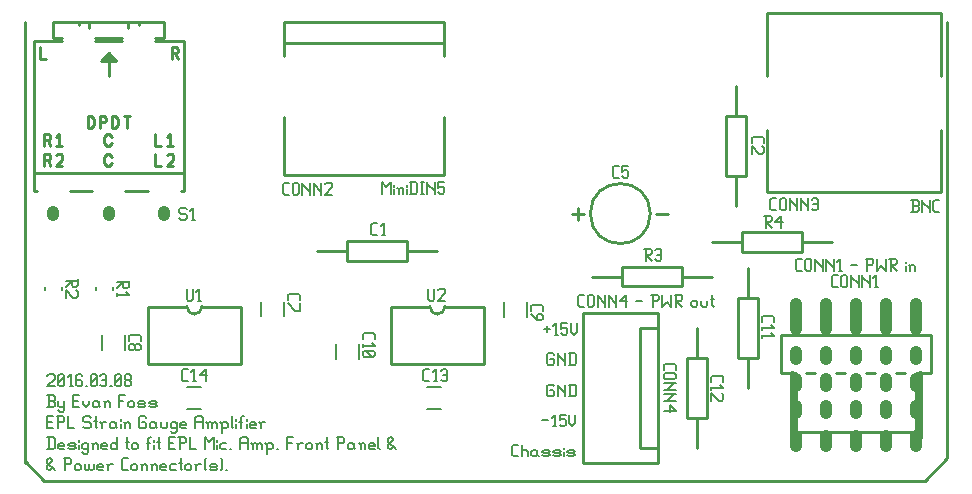
<source format=gto>
G04 start of page 8 for group -4079 idx -4079 *
G04 Title: (unknown), topsilk *
G04 Creator: pcb 20140316 *
G04 CreationDate: Thu 10 Mar 2016 11:36:46 AM GMT UTC *
G04 For: fosse *
G04 Format: Gerber/RS-274X *
G04 PCB-Dimensions (mil): 3665.00 1935.00 *
G04 PCB-Coordinate-Origin: lower left *
%MOIN*%
%FSLAX25Y25*%
%LNTOPSILK*%
%ADD98C,0.0080*%
%ADD97C,0.0150*%
%ADD96C,0.0400*%
%ADD95C,0.0100*%
%ADD94C,0.0060*%
%ADD93C,0.0110*%
G54D93*X314500Y40500D02*Y186000D01*
X7000D02*Y39000D01*
X13500Y33000D02*X307000D01*
X314500Y40500D01*
X7000Y39500D02*X13500Y33000D01*
G54D94*X126000Y132510D02*Y128550D01*
Y132510D02*X127485Y131025D01*
X128970Y132510D01*
Y128550D01*
X130158Y131520D02*Y131025D01*
Y130035D02*Y128550D01*
X131643Y130035D02*Y128550D01*
Y130035D02*X132138Y130530D01*
X132633D01*
X133128Y130035D01*
Y128550D01*
X131148Y130530D02*X131643Y130035D01*
X134316Y131520D02*Y131025D01*
Y130035D02*Y128550D01*
X135801Y132510D02*Y128550D01*
X137286Y132510D02*X137781Y132015D01*
Y129045D01*
X137286Y128550D02*X137781Y129045D01*
X135306Y128550D02*X137286D01*
X135306Y132510D02*X137286D01*
X138969D02*X139959D01*
X139464D02*Y128550D01*
X138969D02*X139959D01*
X141147Y132510D02*Y128550D01*
Y132510D02*Y132015D01*
X143622Y129540D01*
Y132510D02*Y128550D01*
X144810Y132510D02*X146790D01*
X144810D02*Y130530D01*
X145305Y131025D01*
X146295D01*
X146790Y130530D01*
Y129045D01*
X146295Y128550D02*X146790Y129045D01*
X145305Y128550D02*X146295D01*
X144810Y129045D02*X145305Y128550D01*
X14500Y68000D02*X15000Y68500D01*
X16500D01*
X17000Y68000D01*
Y67000D01*
X14500Y64500D02*X17000Y67000D01*
X14500Y64500D02*X17000D01*
X18200Y65000D02*X18700Y64500D01*
X18200Y68000D02*Y65000D01*
Y68000D02*X18700Y68500D01*
X19700D01*
X20200Y68000D01*
Y65000D01*
X19700Y64500D02*X20200Y65000D01*
X18700Y64500D02*X19700D01*
X18200Y65500D02*X20200Y67500D01*
X21900Y64500D02*X22900D01*
X22400Y68500D02*Y64500D01*
X21400Y67500D02*X22400Y68500D01*
X25600D02*X26100Y68000D01*
X24600Y68500D02*X25600D01*
X24100Y68000D02*X24600Y68500D01*
X24100Y68000D02*Y65000D01*
X24600Y64500D01*
X25600Y66500D02*X26100Y66000D01*
X24100Y66500D02*X25600D01*
X24600Y64500D02*X25600D01*
X26100Y65000D01*
Y66000D02*Y65000D01*
X27300Y64500D02*X27800D01*
X29000Y65000D02*X29500Y64500D01*
X29000Y68000D02*Y65000D01*
Y68000D02*X29500Y68500D01*
X30500D01*
X31000Y68000D01*
Y65000D01*
X30500Y64500D02*X31000Y65000D01*
X29500Y64500D02*X30500D01*
X29000Y65500D02*X31000Y67500D01*
X32200Y68000D02*X32700Y68500D01*
X33700D01*
X34200Y68000D01*
Y65000D01*
X33700Y64500D02*X34200Y65000D01*
X32700Y64500D02*X33700D01*
X32200Y65000D02*X32700Y64500D01*
Y66500D02*X34200D01*
X35400Y64500D02*X35900D01*
X37100Y65000D02*X37600Y64500D01*
X37100Y68000D02*Y65000D01*
Y68000D02*X37600Y68500D01*
X38600D01*
X39100Y68000D01*
Y65000D01*
X38600Y64500D02*X39100Y65000D01*
X37600Y64500D02*X38600D01*
X37100Y65500D02*X39100Y67500D01*
X40300Y65000D02*X40800Y64500D01*
X40300Y66000D02*Y65000D01*
Y66000D02*X40800Y66500D01*
X41800D01*
X42300Y66000D01*
Y65000D01*
X41800Y64500D02*X42300Y65000D01*
X40800Y64500D02*X41800D01*
X40300Y67000D02*X40800Y66500D01*
X40300Y68000D02*Y67000D01*
Y68000D02*X40800Y68500D01*
X41800D01*
X42300Y68000D01*
Y67000D01*
X41800Y66500D02*X42300Y67000D01*
X14500Y52500D02*X16000D01*
X14500Y50500D02*X16500D01*
X14500Y54500D02*Y50500D01*
Y54500D02*X16500D01*
X18200D02*Y50500D01*
X17700Y54500D02*X19700D01*
X20200Y54000D01*
Y53000D01*
X19700Y52500D02*X20200Y53000D01*
X18200Y52500D02*X19700D01*
X21400Y54500D02*Y50500D01*
X23400D01*
X28400Y54500D02*X28900Y54000D01*
X26900Y54500D02*X28400D01*
X26400Y54000D02*X26900Y54500D01*
X26400Y54000D02*Y53000D01*
X26900Y52500D01*
X28400D01*
X28900Y52000D01*
Y51000D01*
X28400Y50500D02*X28900Y51000D01*
X26900Y50500D02*X28400D01*
X26400Y51000D02*X26900Y50500D01*
X30600Y54500D02*Y51000D01*
X31100Y50500D01*
X30100Y53000D02*X31100D01*
X32600Y52000D02*Y50500D01*
Y52000D02*X33100Y52500D01*
X34100D01*
X32100D02*X32600Y52000D01*
X36800Y52500D02*X37300Y52000D01*
X35800Y52500D02*X36800D01*
X35300Y52000D02*X35800Y52500D01*
X35300Y52000D02*Y51000D01*
X35800Y50500D01*
X37300Y52500D02*Y51000D01*
X37800Y50500D01*
X35800D02*X36800D01*
X37300Y51000D01*
X39000Y53500D02*Y53000D01*
Y52000D02*Y50500D01*
X40500Y52000D02*Y50500D01*
Y52000D02*X41000Y52500D01*
X41500D01*
X42000Y52000D01*
Y50500D01*
X40000Y52500D02*X40500Y52000D01*
X47000Y54500D02*X47500Y54000D01*
X45500Y54500D02*X47000D01*
X45000Y54000D02*X45500Y54500D01*
X45000Y54000D02*Y51000D01*
X45500Y50500D01*
X47000D01*
X47500Y51000D01*
Y52000D02*Y51000D01*
X47000Y52500D02*X47500Y52000D01*
X46000Y52500D02*X47000D01*
X50200D02*X50700Y52000D01*
X49200Y52500D02*X50200D01*
X48700Y52000D02*X49200Y52500D01*
X48700Y52000D02*Y51000D01*
X49200Y50500D01*
X50700Y52500D02*Y51000D01*
X51200Y50500D01*
X49200D02*X50200D01*
X50700Y51000D01*
X52400Y52500D02*Y51000D01*
X52900Y50500D01*
X53900D01*
X54400Y51000D01*
Y52500D02*Y51000D01*
X57100Y52500D02*X57600Y52000D01*
X56100Y52500D02*X57100D01*
X55600Y52000D02*X56100Y52500D01*
X55600Y52000D02*Y51000D01*
X56100Y50500D01*
X57100D01*
X57600Y51000D01*
X55600Y49500D02*X56100Y49000D01*
X57100D01*
X57600Y49500D01*
Y52500D02*Y49500D01*
X59300Y50500D02*X60800D01*
X58800Y51000D02*X59300Y50500D01*
X58800Y52000D02*Y51000D01*
Y52000D02*X59300Y52500D01*
X60300D01*
X60800Y52000D01*
X58800Y51500D02*X60800D01*
Y52000D02*Y51500D01*
X63800Y54000D02*Y50500D01*
Y54000D02*X64300Y54500D01*
X65800D01*
X66300Y54000D01*
Y50500D01*
X63800Y52500D02*X66300D01*
X68000Y52000D02*Y50500D01*
Y52000D02*X68500Y52500D01*
X69000D01*
X69500Y52000D01*
Y50500D01*
Y52000D02*X70000Y52500D01*
X70500D01*
X71000Y52000D01*
Y50500D01*
X67500Y52500D02*X68000Y52000D01*
X72700D02*Y49000D01*
X72200Y52500D02*X72700Y52000D01*
X73200Y52500D01*
X74200D01*
X74700Y52000D01*
Y51000D01*
X74200Y50500D02*X74700Y51000D01*
X73200Y50500D02*X74200D01*
X72700Y51000D02*X73200Y50500D01*
X75900Y54500D02*Y51000D01*
X76400Y50500D01*
X77400Y53500D02*Y53000D01*
Y52000D02*Y50500D01*
X78900Y54000D02*Y50500D01*
Y54000D02*X79400Y54500D01*
X79900D01*
X78400Y52500D02*X79400D01*
X80900Y53500D02*Y53000D01*
Y52000D02*Y50500D01*
X82400D02*X83900D01*
X81900Y51000D02*X82400Y50500D01*
X81900Y52000D02*Y51000D01*
Y52000D02*X82400Y52500D01*
X83400D01*
X83900Y52000D01*
X81900Y51500D02*X83900D01*
Y52000D02*Y51500D01*
X85600Y52000D02*Y50500D01*
Y52000D02*X86100Y52500D01*
X87100D01*
X85100D02*X85600Y52000D01*
X14500Y57500D02*X16500D01*
X17000Y58000D01*
Y59000D02*Y58000D01*
X16500Y59500D02*X17000Y59000D01*
X15000Y59500D02*X16500D01*
X15000Y61500D02*Y57500D01*
X14500Y61500D02*X16500D01*
X17000Y61000D01*
Y60000D01*
X16500Y59500D02*X17000Y60000D01*
X18200Y59500D02*Y58000D01*
X18700Y57500D01*
X20200Y59500D02*Y56500D01*
X19700Y56000D02*X20200Y56500D01*
X18700Y56000D02*X19700D01*
X18200Y56500D02*X18700Y56000D01*
Y57500D02*X19700D01*
X20200Y58000D01*
X23200Y59500D02*X24700D01*
X23200Y57500D02*X25200D01*
X23200Y61500D02*Y57500D01*
Y61500D02*X25200D01*
X26400Y59500D02*Y58500D01*
X27400Y57500D01*
X28400Y58500D01*
Y59500D02*Y58500D01*
X31100Y59500D02*X31600Y59000D01*
X30100Y59500D02*X31100D01*
X29600Y59000D02*X30100Y59500D01*
X29600Y59000D02*Y58000D01*
X30100Y57500D01*
X31600Y59500D02*Y58000D01*
X32100Y57500D01*
X30100D02*X31100D01*
X31600Y58000D01*
X33800Y59000D02*Y57500D01*
Y59000D02*X34300Y59500D01*
X34800D01*
X35300Y59000D01*
Y57500D01*
X33300Y59500D02*X33800Y59000D01*
X38300Y61500D02*Y57500D01*
Y61500D02*X40300D01*
X38300Y59500D02*X39800D01*
X41500Y59000D02*Y58000D01*
Y59000D02*X42000Y59500D01*
X43000D01*
X43500Y59000D01*
Y58000D01*
X43000Y57500D02*X43500Y58000D01*
X42000Y57500D02*X43000D01*
X41500Y58000D02*X42000Y57500D01*
X45200D02*X46700D01*
X47200Y58000D01*
X46700Y58500D02*X47200Y58000D01*
X45200Y58500D02*X46700D01*
X44700Y59000D02*X45200Y58500D01*
X44700Y59000D02*X45200Y59500D01*
X46700D01*
X47200Y59000D01*
X44700Y58000D02*X45200Y57500D01*
X48900D02*X50400D01*
X50900Y58000D01*
X50400Y58500D02*X50900Y58000D01*
X48900Y58500D02*X50400D01*
X48400Y59000D02*X48900Y58500D01*
X48400Y59000D02*X48900Y59500D01*
X50400D01*
X50900Y59000D01*
X48400Y58000D02*X48900Y57500D01*
X15000Y47500D02*Y43500D01*
X16500Y47500D02*X17000Y47000D01*
Y44000D01*
X16500Y43500D02*X17000Y44000D01*
X14500Y43500D02*X16500D01*
X14500Y47500D02*X16500D01*
X18700Y43500D02*X20200D01*
X18200Y44000D02*X18700Y43500D01*
X18200Y45000D02*Y44000D01*
Y45000D02*X18700Y45500D01*
X19700D01*
X20200Y45000D01*
X18200Y44500D02*X20200D01*
Y45000D02*Y44500D01*
X21900Y43500D02*X23400D01*
X23900Y44000D01*
X23400Y44500D02*X23900Y44000D01*
X21900Y44500D02*X23400D01*
X21400Y45000D02*X21900Y44500D01*
X21400Y45000D02*X21900Y45500D01*
X23400D01*
X23900Y45000D01*
X21400Y44000D02*X21900Y43500D01*
X25100Y46500D02*Y46000D01*
Y45000D02*Y43500D01*
X27600Y45500D02*X28100Y45000D01*
X26600Y45500D02*X27600D01*
X26100Y45000D02*X26600Y45500D01*
X26100Y45000D02*Y44000D01*
X26600Y43500D01*
X27600D01*
X28100Y44000D01*
X26100Y42500D02*X26600Y42000D01*
X27600D01*
X28100Y42500D01*
Y45500D02*Y42500D01*
X29800Y45000D02*Y43500D01*
Y45000D02*X30300Y45500D01*
X30800D01*
X31300Y45000D01*
Y43500D01*
X29300Y45500D02*X29800Y45000D01*
X33000Y43500D02*X34500D01*
X32500Y44000D02*X33000Y43500D01*
X32500Y45000D02*Y44000D01*
Y45000D02*X33000Y45500D01*
X34000D01*
X34500Y45000D01*
X32500Y44500D02*X34500D01*
Y45000D02*Y44500D01*
X37700Y47500D02*Y43500D01*
X37200D02*X37700Y44000D01*
X36200Y43500D02*X37200D01*
X35700Y44000D02*X36200Y43500D01*
X35700Y45000D02*Y44000D01*
Y45000D02*X36200Y45500D01*
X37200D01*
X37700Y45000D01*
X41200Y47500D02*Y44000D01*
X41700Y43500D01*
X40700Y46000D02*X41700D01*
X42700Y45000D02*Y44000D01*
Y45000D02*X43200Y45500D01*
X44200D01*
X44700Y45000D01*
Y44000D01*
X44200Y43500D02*X44700Y44000D01*
X43200Y43500D02*X44200D01*
X42700Y44000D02*X43200Y43500D01*
X48200Y47000D02*Y43500D01*
Y47000D02*X48700Y47500D01*
X49200D01*
X47700Y45500D02*X48700D01*
X50200Y46500D02*Y46000D01*
Y45000D02*Y43500D01*
X51700Y47500D02*Y44000D01*
X52200Y43500D01*
X51200Y46000D02*X52200D01*
X55000Y45500D02*X56500D01*
X55000Y43500D02*X57000D01*
X55000Y47500D02*Y43500D01*
Y47500D02*X57000D01*
X58700D02*Y43500D01*
X58200Y47500D02*X60200D01*
X60700Y47000D01*
Y46000D01*
X60200Y45500D02*X60700Y46000D01*
X58700Y45500D02*X60200D01*
X61900Y47500D02*Y43500D01*
X63900D01*
X66900Y47500D02*Y43500D01*
Y47500D02*X68400Y46000D01*
X69900Y47500D01*
Y43500D01*
X71100Y46500D02*Y46000D01*
Y45000D02*Y43500D01*
X72600Y45500D02*X74100D01*
X72100Y45000D02*X72600Y45500D01*
X72100Y45000D02*Y44000D01*
X72600Y43500D01*
X74100D01*
X75300D02*X75800D01*
X78800Y47000D02*Y43500D01*
Y47000D02*X79300Y47500D01*
X80800D01*
X81300Y47000D01*
Y43500D01*
X78800Y45500D02*X81300D01*
X83000Y45000D02*Y43500D01*
Y45000D02*X83500Y45500D01*
X84000D01*
X84500Y45000D01*
Y43500D01*
Y45000D02*X85000Y45500D01*
X85500D01*
X86000Y45000D01*
Y43500D01*
X82500Y45500D02*X83000Y45000D01*
X87700D02*Y42000D01*
X87200Y45500D02*X87700Y45000D01*
X88200Y45500D01*
X89200D01*
X89700Y45000D01*
Y44000D01*
X89200Y43500D02*X89700Y44000D01*
X88200Y43500D02*X89200D01*
X87700Y44000D02*X88200Y43500D01*
X90900D02*X91400D01*
X94400Y47500D02*Y43500D01*
Y47500D02*X96400D01*
X94400Y45500D02*X95900D01*
X98100Y45000D02*Y43500D01*
Y45000D02*X98600Y45500D01*
X99600D01*
X97600D02*X98100Y45000D01*
X100800D02*Y44000D01*
Y45000D02*X101300Y45500D01*
X102300D01*
X102800Y45000D01*
Y44000D01*
X102300Y43500D02*X102800Y44000D01*
X101300Y43500D02*X102300D01*
X100800Y44000D02*X101300Y43500D01*
X104500Y45000D02*Y43500D01*
Y45000D02*X105000Y45500D01*
X105500D01*
X106000Y45000D01*
Y43500D01*
X104000Y45500D02*X104500Y45000D01*
X107700Y47500D02*Y44000D01*
X108200Y43500D01*
X107200Y46000D02*X108200D01*
X111500Y47500D02*Y43500D01*
X111000Y47500D02*X113000D01*
X113500Y47000D01*
Y46000D01*
X113000Y45500D02*X113500Y46000D01*
X111500Y45500D02*X113000D01*
X116200D02*X116700Y45000D01*
X115200Y45500D02*X116200D01*
X114700Y45000D02*X115200Y45500D01*
X114700Y45000D02*Y44000D01*
X115200Y43500D01*
X116700Y45500D02*Y44000D01*
X117200Y43500D01*
X115200D02*X116200D01*
X116700Y44000D01*
X118900Y45000D02*Y43500D01*
Y45000D02*X119400Y45500D01*
X119900D01*
X120400Y45000D01*
Y43500D01*
X118400Y45500D02*X118900Y45000D01*
X122100Y43500D02*X123600D01*
X121600Y44000D02*X122100Y43500D01*
X121600Y45000D02*Y44000D01*
Y45000D02*X122100Y45500D01*
X123100D01*
X123600Y45000D01*
X121600Y44500D02*X123600D01*
Y45000D02*Y44500D01*
X124800Y47500D02*Y44000D01*
X125300Y43500D01*
X128100Y44000D02*X128600Y43500D01*
X128100Y47000D02*Y46000D01*
Y47000D02*X128600Y47500D01*
X128100Y45000D02*X129600Y46500D01*
X128600Y43500D02*X129100D01*
X130100Y44500D01*
X128100Y46000D02*X130600Y43500D01*
X128600Y47500D02*X129100D01*
X129600Y47000D01*
Y46500D01*
X128100Y45000D02*Y44000D01*
X14500Y37000D02*X15000Y36500D01*
X14500Y40000D02*Y39000D01*
Y40000D02*X15000Y40500D01*
X14500Y38000D02*X16000Y39500D01*
X15000Y36500D02*X15500D01*
X16500Y37500D01*
X14500Y39000D02*X17000Y36500D01*
X15000Y40500D02*X15500D01*
X16000Y40000D01*
Y39500D01*
X14500Y38000D02*Y37000D01*
X20500Y40500D02*Y36500D01*
X20000Y40500D02*X22000D01*
X22500Y40000D01*
Y39000D01*
X22000Y38500D02*X22500Y39000D01*
X20500Y38500D02*X22000D01*
X23700Y38000D02*Y37000D01*
Y38000D02*X24200Y38500D01*
X25200D01*
X25700Y38000D01*
Y37000D01*
X25200Y36500D02*X25700Y37000D01*
X24200Y36500D02*X25200D01*
X23700Y37000D02*X24200Y36500D01*
X26900Y38500D02*Y37000D01*
X27400Y36500D01*
X27900D01*
X28400Y37000D01*
Y38500D02*Y37000D01*
X28900Y36500D01*
X29400D01*
X29900Y37000D01*
Y38500D02*Y37000D01*
X31600Y36500D02*X33100D01*
X31100Y37000D02*X31600Y36500D01*
X31100Y38000D02*Y37000D01*
Y38000D02*X31600Y38500D01*
X32600D01*
X33100Y38000D01*
X31100Y37500D02*X33100D01*
Y38000D02*Y37500D01*
X34800Y38000D02*Y36500D01*
Y38000D02*X35300Y38500D01*
X36300D01*
X34300D02*X34800Y38000D01*
X39800Y36500D02*X41300D01*
X39300Y37000D02*X39800Y36500D01*
X39300Y40000D02*Y37000D01*
Y40000D02*X39800Y40500D01*
X41300D01*
X42500Y38000D02*Y37000D01*
Y38000D02*X43000Y38500D01*
X44000D01*
X44500Y38000D01*
Y37000D01*
X44000Y36500D02*X44500Y37000D01*
X43000Y36500D02*X44000D01*
X42500Y37000D02*X43000Y36500D01*
X46200Y38000D02*Y36500D01*
Y38000D02*X46700Y38500D01*
X47200D01*
X47700Y38000D01*
Y36500D01*
X45700Y38500D02*X46200Y38000D01*
X49400D02*Y36500D01*
Y38000D02*X49900Y38500D01*
X50400D01*
X50900Y38000D01*
Y36500D01*
X48900Y38500D02*X49400Y38000D01*
X52600Y36500D02*X54100D01*
X52100Y37000D02*X52600Y36500D01*
X52100Y38000D02*Y37000D01*
Y38000D02*X52600Y38500D01*
X53600D01*
X54100Y38000D01*
X52100Y37500D02*X54100D01*
Y38000D02*Y37500D01*
X55800Y38500D02*X57300D01*
X55300Y38000D02*X55800Y38500D01*
X55300Y38000D02*Y37000D01*
X55800Y36500D01*
X57300D01*
X59000Y40500D02*Y37000D01*
X59500Y36500D01*
X58500Y39000D02*X59500D01*
X60500Y38000D02*Y37000D01*
Y38000D02*X61000Y38500D01*
X62000D01*
X62500Y38000D01*
Y37000D01*
X62000Y36500D02*X62500Y37000D01*
X61000Y36500D02*X62000D01*
X60500Y37000D02*X61000Y36500D01*
X64200Y38000D02*Y36500D01*
Y38000D02*X64700Y38500D01*
X65700D01*
X63700D02*X64200Y38000D01*
X66900Y37000D02*X67400Y36500D01*
X66900Y40000D02*X67400Y40500D01*
X66900Y40000D02*Y37000D01*
X69100Y36500D02*X70600D01*
X71100Y37000D01*
X70600Y37500D02*X71100Y37000D01*
X69100Y37500D02*X70600D01*
X68600Y38000D02*X69100Y37500D01*
X68600Y38000D02*X69100Y38500D01*
X70600D01*
X71100Y38000D01*
X68600Y37000D02*X69100Y36500D01*
X72300Y40500D02*X72800Y40000D01*
Y37000D01*
X72300Y36500D02*X72800Y37000D01*
X74000Y36500D02*X74500D01*
X302500Y122550D02*X304480D01*
X304975Y123045D01*
Y124035D02*Y123045D01*
X304480Y124530D02*X304975Y124035D01*
X302995Y124530D02*X304480D01*
X302995Y126510D02*Y122550D01*
X302500Y126510D02*X304480D01*
X304975Y126015D01*
Y125025D01*
X304480Y124530D02*X304975Y125025D01*
X306163Y126510D02*Y122550D01*
Y126510D02*Y126015D01*
X308638Y123540D01*
Y126510D02*Y122550D01*
X310321D02*X311806D01*
X309826Y123045D02*X310321Y122550D01*
X309826Y126015D02*Y123045D01*
Y126015D02*X310321Y126510D01*
X311806D01*
X179500Y53030D02*X181480D01*
X183163Y51050D02*X184153D01*
X183658Y55010D02*Y51050D01*
X182668Y54020D02*X183658Y55010D01*
X185341D02*X187321D01*
X185341D02*Y53030D01*
X185836Y53525D01*
X186826D01*
X187321Y53030D01*
Y51545D01*
X186826Y51050D02*X187321Y51545D01*
X185836Y51050D02*X186826D01*
X185341Y51545D02*X185836Y51050D01*
X188509Y55010D02*Y52040D01*
X189499Y51050D01*
X190489Y52040D01*
Y55010D02*Y52040D01*
X182980Y75510D02*X183475Y75015D01*
X181495Y75510D02*X182980D01*
X181000Y75015D02*X181495Y75510D01*
X181000Y75015D02*Y72045D01*
X181495Y71550D01*
X182980D01*
X183475Y72045D01*
Y73035D02*Y72045D01*
X182980Y73530D02*X183475Y73035D01*
X181990Y73530D02*X182980D01*
X184663Y75510D02*Y71550D01*
Y75510D02*Y75015D01*
X187138Y72540D01*
Y75510D02*Y71550D01*
X188821Y75510D02*Y71550D01*
X190306Y75510D02*X190801Y75015D01*
Y72045D01*
X190306Y71550D02*X190801Y72045D01*
X188326Y71550D02*X190306D01*
X188326Y75510D02*X190306D01*
X182980Y65010D02*X183475Y64515D01*
X181495Y65010D02*X182980D01*
X181000Y64515D02*X181495Y65010D01*
X181000Y64515D02*Y61545D01*
X181495Y61050D01*
X182980D01*
X183475Y61545D01*
Y62535D02*Y61545D01*
X182980Y63030D02*X183475Y62535D01*
X181990Y63030D02*X182980D01*
X184663Y65010D02*Y61050D01*
Y65010D02*Y64515D01*
X187138Y62040D01*
Y65010D02*Y61050D01*
X188821Y65010D02*Y61050D01*
X190306Y65010D02*X190801Y64515D01*
Y61545D01*
X190306Y61050D02*X190801Y61545D01*
X188326Y61050D02*X190306D01*
X188326Y65010D02*X190306D01*
X180000Y83530D02*X181980D01*
X180990Y84520D02*Y82540D01*
X183663Y81550D02*X184653D01*
X184158Y85510D02*Y81550D01*
X183168Y84520D02*X184158Y85510D01*
X185841D02*X187821D01*
X185841D02*Y83530D01*
X186336Y84025D01*
X187326D01*
X187821Y83530D01*
Y82045D01*
X187326Y81550D02*X187821Y82045D01*
X186336Y81550D02*X187326D01*
X185841Y82045D02*X186336Y81550D01*
X189009Y85510D02*Y82540D01*
X189999Y81550D01*
X190989Y82540D01*
Y85510D02*Y82540D01*
X169995Y41050D02*X171480D01*
X169500Y41545D02*X169995Y41050D01*
X169500Y44515D02*Y41545D01*
Y44515D02*X169995Y45010D01*
X171480D01*
X172668D02*Y41050D01*
Y42535D02*X173163Y43030D01*
X174153D01*
X174648Y42535D01*
Y41050D01*
X177321Y43030D02*X177816Y42535D01*
X176331Y43030D02*X177321D01*
X175836Y42535D02*X176331Y43030D01*
X175836Y42535D02*Y41545D01*
X176331Y41050D01*
X177816Y43030D02*Y41545D01*
X178311Y41050D01*
X176331D02*X177321D01*
X177816Y41545D01*
X179994Y41050D02*X181479D01*
X181974Y41545D01*
X181479Y42040D02*X181974Y41545D01*
X179994Y42040D02*X181479D01*
X179499Y42535D02*X179994Y42040D01*
X179499Y42535D02*X179994Y43030D01*
X181479D01*
X181974Y42535D01*
X179499Y41545D02*X179994Y41050D01*
X183657D02*X185142D01*
X185637Y41545D01*
X185142Y42040D02*X185637Y41545D01*
X183657Y42040D02*X185142D01*
X183162Y42535D02*X183657Y42040D01*
X183162Y42535D02*X183657Y43030D01*
X185142D01*
X185637Y42535D01*
X183162Y41545D02*X183657Y41050D01*
X186825Y44020D02*Y43525D01*
Y42535D02*Y41050D01*
X188310D02*X189795D01*
X190290Y41545D01*
X189795Y42040D02*X190290Y41545D01*
X188310Y42040D02*X189795D01*
X187815Y42535D02*X188310Y42040D01*
X187815Y42535D02*X188310Y43030D01*
X189795D01*
X190290Y42535D01*
X187815Y41545D02*X188310Y41050D01*
X264500Y103000D02*X266000D01*
X264000Y103500D02*X264500Y103000D01*
X264000Y106500D02*Y103500D01*
Y106500D02*X264500Y107000D01*
X266000D01*
X267200Y106500D02*Y103500D01*
Y106500D02*X267700Y107000D01*
X268700D01*
X269200Y106500D01*
Y103500D01*
X268700Y103000D02*X269200Y103500D01*
X267700Y103000D02*X268700D01*
X267200Y103500D02*X267700Y103000D01*
X270400Y107000D02*Y103000D01*
Y107000D02*Y106500D01*
X272900Y104000D01*
Y107000D02*Y103000D01*
X274100Y107000D02*Y103000D01*
Y107000D02*Y106500D01*
X276600Y104000D01*
Y107000D02*Y103000D01*
X278300D02*X279300D01*
X278800Y107000D02*Y103000D01*
X277800Y106000D02*X278800Y107000D01*
X282300Y105000D02*X284300D01*
X287800Y107000D02*Y103000D01*
X287300Y107000D02*X289300D01*
X289800Y106500D01*
Y105500D01*
X289300Y105000D02*X289800Y105500D01*
X287800Y105000D02*X289300D01*
X291000Y107000D02*Y103000D01*
X292500Y104500D01*
X294000Y103000D01*
Y107000D02*Y103000D01*
X295200Y107000D02*X297200D01*
X297700Y106500D01*
Y105500D01*
X297200Y105000D02*X297700Y105500D01*
X295700Y105000D02*X297200D01*
X295700Y107000D02*Y103000D01*
Y105000D02*X297700Y103000D01*
X300700Y106000D02*Y105500D01*
Y104500D02*Y103000D01*
X302200Y104500D02*Y103000D01*
Y104500D02*X302700Y105000D01*
X303200D01*
X303700Y104500D01*
Y103000D01*
X301700Y105000D02*X302200Y104500D01*
X192000Y91000D02*X193500D01*
X191500Y91500D02*X192000Y91000D01*
X191500Y94500D02*Y91500D01*
Y94500D02*X192000Y95000D01*
X193500D01*
X194700Y94500D02*Y91500D01*
Y94500D02*X195200Y95000D01*
X196200D01*
X196700Y94500D01*
Y91500D01*
X196200Y91000D02*X196700Y91500D01*
X195200Y91000D02*X196200D01*
X194700Y91500D02*X195200Y91000D01*
X197900Y95000D02*Y91000D01*
Y95000D02*Y94500D01*
X200400Y92000D01*
Y95000D02*Y91000D01*
X201600Y95000D02*Y91000D01*
Y95000D02*Y94500D01*
X204100Y92000D01*
Y95000D02*Y91000D01*
X205300Y93000D02*X207300Y95000D01*
X205300Y93000D02*X207800D01*
X207300Y95000D02*Y91000D01*
X210800Y93000D02*X212800D01*
X216300Y95000D02*Y91000D01*
X215800Y95000D02*X217800D01*
X218300Y94500D01*
Y93500D01*
X217800Y93000D02*X218300Y93500D01*
X216300Y93000D02*X217800D01*
X219500Y95000D02*Y91000D01*
X221000Y92500D01*
X222500Y91000D01*
Y95000D02*Y91000D01*
X223700Y95000D02*X225700D01*
X226200Y94500D01*
Y93500D01*
X225700Y93000D02*X226200Y93500D01*
X224200Y93000D02*X225700D01*
X224200Y95000D02*Y91000D01*
Y93000D02*X226200Y91000D01*
X229200Y92500D02*Y91500D01*
Y92500D02*X229700Y93000D01*
X230700D01*
X231200Y92500D01*
Y91500D01*
X230700Y91000D02*X231200Y91500D01*
X229700Y91000D02*X230700D01*
X229200Y91500D02*X229700Y91000D01*
X232400Y93000D02*Y91500D01*
X232900Y91000D01*
X233900D01*
X234400Y91500D01*
Y93000D02*Y91500D01*
X236100Y95000D02*Y91500D01*
X236600Y91000D01*
X235600Y93500D02*X236600D01*
G54D95*X312500Y188850D02*X254500D01*
X312500Y129150D02*Y150000D01*
X254500Y129150D02*X312500D01*
X254500Y188850D02*Y168000D01*
X312500Y188850D02*Y168000D01*
X254500Y129150D02*Y150000D01*
X312500Y188016D03*
X304000Y49300D02*Y69000D01*
X309000D02*Y81500D01*
Y69000D02*X304000D01*
X300500D02*X297500D01*
G54D96*X294000Y55600D02*Y57800D01*
X304000Y55600D02*Y57800D01*
X294000Y64600D02*Y66800D01*
X304000Y64600D02*Y66800D01*
Y73600D02*Y75800D01*
X294000Y73600D02*Y75800D01*
X304000Y83500D02*Y92000D01*
X294000Y83500D02*Y92000D01*
G54D95*X304000Y49300D02*X290500D01*
G54D96*X294000Y44600D02*Y47800D01*
X304000Y44600D02*Y47800D01*
G54D97*X305250Y47600D02*Y68700D01*
G54D95*X264000Y49300D02*Y69000D01*
X259000D02*Y81500D01*
X264000Y69000D02*X259000D01*
X270500D02*X267500D01*
X280500D02*X277500D01*
X290500D02*X287500D01*
G54D96*X284000Y55600D02*Y57800D01*
X274000Y55600D02*Y57800D01*
X264000Y55600D02*Y57800D01*
Y64600D02*Y66800D01*
X284000Y73600D02*Y75800D01*
X264000Y73600D02*Y75800D01*
X274000Y73600D02*Y75800D01*
Y64600D02*Y66800D01*
X284000Y64600D02*Y66800D01*
Y83500D02*Y92000D01*
X274000Y83500D02*Y92000D01*
X264000Y83500D02*Y92000D01*
X284000Y44600D02*Y47800D01*
X274000Y44600D02*Y47800D01*
X264000Y44600D02*Y47800D01*
G54D97*X262750Y47300D02*Y68700D01*
G54D95*X309000Y81500D02*X259000D01*
X304000Y49300D02*X264000D01*
X244000Y164595D02*Y154595D01*
Y134595D02*Y124595D01*
X247300Y154595D02*Y134595D01*
X240700D02*X247300D01*
X240700Y154595D02*Y134595D01*
Y154595D02*X247300D01*
G54D98*X174240Y92362D02*Y87638D01*
X166760Y92362D02*Y87638D01*
G54D95*X193200Y89000D02*Y39000D01*
X218200Y89000D02*Y39000D01*
X212200Y84000D02*X218200D01*
X212200D02*Y44000D01*
X218200D01*
X193200Y89000D02*X218200D01*
X193200Y39000D02*X218200D01*
X231000Y84000D02*Y74000D01*
Y54000D02*Y44000D01*
X234300Y74000D02*Y54000D01*
X227700D02*X234300D01*
X227700Y74000D02*Y54000D01*
Y74000D02*X234300D01*
X196000Y101000D02*X206000D01*
X226000D02*X236000D01*
X206000Y104300D02*X226000D01*
Y97700D01*
X206000D02*X226000D01*
X206000Y104300D02*Y97700D01*
X248000Y104000D02*Y94000D01*
Y74000D02*Y64000D01*
X251300Y94000D02*Y74000D01*
X244700D02*X251300D01*
X244700Y94000D02*Y74000D01*
Y94000D02*X251300D01*
X236000Y112500D02*X246000D01*
X266000D02*X276000D01*
X246000Y115800D02*X266000D01*
Y109200D01*
X246000D01*
Y115800D01*
X189500Y122000D02*X193500D01*
X191500Y124000D02*Y120000D01*
X217500Y122000D02*X221500D01*
X195500D02*G75*G03X195500Y122000I10000J0D01*G01*
G54D96*X53500Y122500D02*Y121500D01*
G54D95*X60000Y129500D02*Y179500D01*
X45000Y185000D02*Y186000D01*
X11000Y129500D02*X10000D01*
X60000D02*X59000D01*
X22000D02*X29500D01*
X40500D02*X48000D01*
X28500Y184000D02*Y186000D01*
X25000Y185000D02*Y186000D01*
X10000Y179500D02*X19500D01*
X30500D02*X39500D01*
X60000D02*X50500D01*
X19500Y180500D02*X16500D01*
Y186000D01*
X53500D01*
Y180500D01*
X50500D01*
X39500D02*X30500D01*
X41500Y184000D02*Y186000D01*
G54D96*X16500Y122500D02*Y121500D01*
X35000Y122500D02*Y121500D01*
G54D95*X10000Y179500D02*Y129500D01*
Y135500D02*X60000D01*
X35000Y175500D02*Y168000D01*
Y175500D02*X32500Y173000D01*
X37500D01*
X35000Y175500D01*
Y174500D02*X36500Y173000D01*
X33500D02*X35000Y174500D01*
X28000Y154500D02*Y150500D01*
X29000D01*
X30000Y151500D01*
Y153500D01*
X29000Y154500D01*
X28000D01*
X32000Y150500D02*Y154500D01*
X33500D01*
X34000Y154000D01*
Y153000D01*
X33500Y152500D01*
X32500D01*
X38000Y153500D02*X37000Y154500D01*
X36000D01*
X15000Y148500D02*X15500Y148000D01*
Y147000D01*
X15000Y146500D01*
X14000D01*
X13500Y142000D02*X15000D01*
X15500Y141500D01*
Y140500D01*
X15000Y140000D01*
X14000D01*
X15000Y146000D02*X15500Y144500D01*
X15000Y139500D02*X15500Y138000D01*
X56000Y177500D02*Y173500D01*
Y177500D02*X57500D01*
X58000Y177000D01*
Y176000D01*
X57500Y175500D01*
X56500D01*
X57500Y175000D02*X58000Y173500D01*
X12000Y177500D02*Y173500D01*
X14000D01*
X19500Y141500D02*Y140000D01*
X13500Y142000D02*Y138000D01*
X17500Y144500D02*X19500D01*
X18500D02*Y148500D01*
X17500Y147500D01*
X50500Y138000D02*X52500D01*
X17500D02*X19500D01*
X55000Y142000D02*X56000D01*
X54500Y141500D02*X55000Y142000D01*
X56000D02*X56500Y141500D01*
Y140000D01*
X54500Y138000D01*
X56500D01*
X50500Y148500D02*Y144500D01*
X52500D01*
X54500D02*X56500D01*
X55500D02*Y148500D01*
X54500Y147500D01*
X50500Y142000D02*Y138000D01*
X19500Y140000D02*X17500Y138000D01*
Y141500D02*X18000Y142000D01*
X19000D02*X19500Y141500D01*
X18000Y142000D02*X19000D01*
X13500Y148500D02*Y144500D01*
Y148500D02*X15000D01*
X36000Y154500D02*Y150500D01*
X37000D01*
X38000Y151500D01*
Y153500D01*
X40000Y154500D02*X42000D01*
X41000D02*Y150500D01*
X33500Y141000D02*Y139000D01*
Y147500D02*Y145500D01*
X34500Y148500D02*X33500Y147500D01*
Y145500D02*X34500Y144500D01*
X35000D02*X36000Y145500D01*
X34500Y144500D02*X35000D01*
Y148500D02*X34500D01*
X36000Y141000D02*X35000Y142000D01*
X34500D01*
X33500Y141000D01*
Y139000D02*X34500Y138000D01*
X35000D02*X36000Y139000D01*
X34500Y138000D02*X35000D01*
X36000Y147500D02*X35000Y148500D01*
G54D98*X36255Y97393D02*Y96607D01*
X30745Y97393D02*Y96607D01*
X19255Y97393D02*Y96607D01*
X13745Y97393D02*Y96607D01*
G54D95*X48000Y91000D02*Y72000D01*
X79000D01*
Y91000D01*
X48000D02*X61000D01*
X79000D02*X66000D01*
X61000D02*G75*G03X66000Y91000I2500J0D01*G01*
G54D98*X61138Y64240D02*X65862D01*
X61138Y56760D02*X65862D01*
G54D95*X129000Y91000D02*Y72000D01*
X160000D01*
Y91000D01*
X129000D02*X142000D01*
X160000D02*X147000D01*
X142000D02*G75*G03X147000Y91000I2500J0D01*G01*
X104500Y109500D02*X114500D01*
X134500D02*X144500D01*
X114500Y112800D02*X134500D01*
Y106200D01*
X114500D02*X134500D01*
X114500Y112800D02*Y106200D01*
X93425Y179000D02*X146574D01*
X93425Y134906D02*Y154237D01*
Y185890D02*X146575D01*
Y134906D02*X93425D01*
Y185890D02*Y174552D01*
X146575Y185890D02*Y174552D01*
Y134906D02*Y154237D01*
G54D98*X93240Y92457D02*Y87733D01*
X85760Y92457D02*Y87733D01*
X40240Y81362D02*Y76638D01*
X32760Y81362D02*Y76638D01*
X118240Y78362D02*Y73638D01*
X110760Y78362D02*Y73638D01*
X141138Y64240D02*X145862D01*
X141138Y56760D02*X145862D01*
G54D94*X256037Y123190D02*X257537D01*
X255537Y123690D02*X256037Y123190D01*
X255537Y126690D02*Y123690D01*
Y126690D02*X256037Y127190D01*
X257537D01*
X258737Y126690D02*Y123690D01*
Y126690D02*X259237Y127190D01*
X260237D01*
X260737Y126690D01*
Y123690D01*
X260237Y123190D02*X260737Y123690D01*
X259237Y123190D02*X260237D01*
X258737Y123690D02*X259237Y123190D01*
X261937Y127190D02*Y123190D01*
Y127190D02*Y126690D01*
X264437Y124190D01*
Y127190D02*Y123190D01*
X265637Y127190D02*Y123190D01*
Y127190D02*Y126690D01*
X268137Y124190D01*
Y127190D02*Y123190D01*
X269337Y126690D02*X269837Y127190D01*
X270837D01*
X271337Y126690D01*
Y123690D01*
X270837Y123190D02*X271337Y123690D01*
X269837Y123190D02*X270837D01*
X269337Y123690D02*X269837Y123190D01*
Y125190D02*X271337D01*
X276500Y97500D02*X278000D01*
X276000Y98000D02*X276500Y97500D01*
X276000Y101000D02*Y98000D01*
Y101000D02*X276500Y101500D01*
X278000D01*
X279200Y101000D02*Y98000D01*
Y101000D02*X279700Y101500D01*
X280700D01*
X281200Y101000D01*
Y98000D01*
X280700Y97500D02*X281200Y98000D01*
X279700Y97500D02*X280700D01*
X279200Y98000D02*X279700Y97500D01*
X282400Y101500D02*Y97500D01*
Y101500D02*Y101000D01*
X284900Y98500D01*
Y101500D02*Y97500D01*
X286100Y101500D02*Y97500D01*
Y101500D02*Y101000D01*
X288600Y98500D01*
Y101500D02*Y97500D01*
X290300D02*X291300D01*
X290800Y101500D02*Y97500D01*
X289800Y100500D02*X290800Y101500D01*
X253500Y121300D02*X255500D01*
X256000Y120800D01*
Y119800D01*
X255500Y119300D02*X256000Y119800D01*
X254000Y119300D02*X255500D01*
X254000Y121300D02*Y117300D01*
Y119300D02*X256000Y117300D01*
X257200Y119300D02*X259200Y121300D01*
X257200Y119300D02*X259700D01*
X259200Y121300D02*Y117300D01*
X249300Y147095D02*Y145595D01*
X249800Y147595D02*X249300Y147095D01*
X249800Y147595D02*X252800D01*
X253300Y147095D01*
Y145595D01*
X252800Y144395D02*X253300Y143895D01*
Y142395D01*
X252800Y141895D01*
X251800D02*X252800D01*
X249300Y144395D02*X251800Y141895D01*
X249300Y144395D02*Y141895D01*
X119650Y81650D02*Y80150D01*
X120150Y82150D02*X119650Y81650D01*
X120150Y82150D02*X123150D01*
X123650Y81650D01*
Y80150D01*
X119650Y78450D02*Y77450D01*
Y77950D02*X123650D01*
X122650Y78950D02*X123650Y77950D01*
X120150Y76250D02*X119650Y75750D01*
X120150Y76250D02*X123150D01*
X123650Y75750D01*
Y74750D01*
X123150Y74250D01*
X120150D02*X123150D01*
X119650Y74750D02*X120150Y74250D01*
X119650Y75750D02*Y74750D01*
X120650Y76250D02*X122650Y74250D01*
X140350Y66150D02*X141850D01*
X139850Y66650D02*X140350Y66150D01*
X139850Y69650D02*Y66650D01*
Y69650D02*X140350Y70150D01*
X141850D01*
X143550Y66150D02*X144550D01*
X144050Y70150D02*Y66150D01*
X143050Y69150D02*X144050Y70150D01*
X145750Y69650D02*X146250Y70150D01*
X147250D01*
X147750Y69650D01*
Y66650D01*
X147250Y66150D02*X147750Y66650D01*
X146250Y66150D02*X147250D01*
X145750Y66650D02*X146250Y66150D01*
Y68150D02*X147750D01*
X220000Y71500D02*Y70000D01*
X220500Y72000D02*X220000Y71500D01*
X220500Y72000D02*X223500D01*
X224000Y71500D01*
Y70000D01*
X220500Y68800D02*X223500D01*
X224000Y68300D01*
Y67300D01*
X223500Y66800D01*
X220500D02*X223500D01*
X220000Y67300D02*X220500Y66800D01*
X220000Y68300D02*Y67300D01*
X220500Y68800D02*X220000Y68300D01*
Y65600D02*X224000D01*
X223500D02*X224000D01*
X223500D02*X221000Y63100D01*
X220000D02*X224000D01*
X220000Y61900D02*X224000D01*
X223500D02*X224000D01*
X223500D02*X221000Y59400D01*
X220000D02*X224000D01*
X222000Y58200D02*X224000Y56200D01*
X222000Y58200D02*Y55700D01*
X220000Y56200D02*X224000D01*
X235800Y67500D02*Y66000D01*
X236300Y68000D02*X235800Y67500D01*
X236300Y68000D02*X239300D01*
X239800Y67500D01*
Y66000D01*
X235800Y64300D02*Y63300D01*
Y63800D02*X239800D01*
X238800Y64800D02*X239800Y63800D01*
X239300Y62100D02*X239800Y61600D01*
Y60100D01*
X239300Y59600D01*
X238300D02*X239300D01*
X235800Y62100D02*X238300Y59600D01*
X235800Y62100D02*Y59600D01*
X252700Y87500D02*Y86000D01*
X253200Y88000D02*X252700Y87500D01*
X253200Y88000D02*X256200D01*
X256700Y87500D01*
Y86000D01*
X252700Y84300D02*Y83300D01*
Y83800D02*X256700D01*
X255700Y84800D02*X256700Y83800D01*
X252700Y81600D02*Y80600D01*
Y81100D02*X256700D01*
X255700Y82100D02*X256700Y81100D01*
X213500Y110300D02*X215500D01*
X216000Y109800D01*
Y108800D01*
X215500Y108300D02*X216000Y108800D01*
X214000Y108300D02*X215500D01*
X214000Y110300D02*Y106300D01*
Y108300D02*X216000Y106300D01*
X217200Y109800D02*X217700Y110300D01*
X218700D01*
X219200Y109800D01*
Y106800D01*
X218700Y106300D02*X219200Y106800D01*
X217700Y106300D02*X218700D01*
X217200Y106800D02*X217700Y106300D01*
Y108300D02*X219200D01*
X203500Y134000D02*X205000D01*
X203000Y134500D02*X203500Y134000D01*
X203000Y137500D02*Y134500D01*
Y137500D02*X203500Y138000D01*
X205000D01*
X206200D02*X208200D01*
X206200D02*Y136000D01*
X206700Y136500D01*
X207700D01*
X208200Y136000D01*
Y134500D01*
X207700Y134000D02*X208200Y134500D01*
X206700Y134000D02*X207700D01*
X206200Y134500D02*X206700Y134000D01*
X60500Y124000D02*X61000Y123500D01*
X59000Y124000D02*X60500D01*
X58500Y123500D02*X59000Y124000D01*
X58500Y123500D02*Y122500D01*
X59000Y122000D01*
X60500D01*
X61000Y121500D01*
Y120500D01*
X60500Y120000D02*X61000Y120500D01*
X59000Y120000D02*X60500D01*
X58500Y120500D02*X59000Y120000D01*
X62700D02*X63700D01*
X63200Y124000D02*Y120000D01*
X62200Y123000D02*X63200Y124000D01*
X141500Y97000D02*Y93500D01*
X142000Y93000D01*
X143000D01*
X143500Y93500D01*
Y97000D02*Y93500D01*
X144700Y96500D02*X145200Y97000D01*
X146700D01*
X147200Y96500D01*
Y95500D01*
X144700Y93000D02*X147200Y95500D01*
X144700Y93000D02*X147200D01*
X123000Y114800D02*X124500D01*
X122500Y115300D02*X123000Y114800D01*
X122500Y118300D02*Y115300D01*
Y118300D02*X123000Y118800D01*
X124500D01*
X126200Y114800D02*X127200D01*
X126700Y118800D02*Y114800D01*
X125700Y117800D02*X126700Y118800D01*
X41650Y99650D02*Y97650D01*
X41150Y97150D01*
X40150D02*X41150D01*
X39650Y97650D02*X40150Y97150D01*
X39650Y99150D02*Y97650D01*
X37650Y99150D02*X41650D01*
X39650D02*X37650Y97150D01*
Y95450D02*Y94450D01*
Y94950D02*X41650D01*
X40650Y95950D02*X41650Y94950D01*
X24650Y100150D02*Y98150D01*
X24150Y97650D01*
X23150D02*X24150D01*
X22650Y98150D02*X23150Y97650D01*
X22650Y99650D02*Y98150D01*
X20650Y99650D02*X24650D01*
X22650D02*X20650Y97650D01*
X24150Y96450D02*X24650Y95950D01*
Y94450D01*
X24150Y93950D01*
X23150D02*X24150D01*
X20650Y96450D02*X23150Y93950D01*
X20650Y96450D02*Y93950D01*
X61000Y97000D02*Y93500D01*
X61500Y93000D01*
X62500D01*
X63000Y93500D01*
Y97000D02*Y93500D01*
X64700Y93000D02*X65700D01*
X65200Y97000D02*Y93000D01*
X64200Y96000D02*X65200Y97000D01*
X93634Y128252D02*X95134D01*
X93134Y128752D02*X93634Y128252D01*
X93134Y131752D02*Y128752D01*
Y131752D02*X93634Y132252D01*
X95134D01*
X96334Y131752D02*Y128752D01*
Y131752D02*X96834Y132252D01*
X97834D01*
X98334Y131752D01*
Y128752D01*
X97834Y128252D02*X98334Y128752D01*
X96834Y128252D02*X97834D01*
X96334Y128752D02*X96834Y128252D01*
X99534Y132252D02*Y128252D01*
Y132252D02*Y131752D01*
X102034Y129252D01*
Y132252D02*Y128252D01*
X103234Y132252D02*Y128252D01*
Y132252D02*Y131752D01*
X105734Y129252D01*
Y132252D02*Y128252D01*
X106934Y131752D02*X107434Y132252D01*
X108934D01*
X109434Y131752D01*
Y130752D01*
X106934Y128252D02*X109434Y130752D01*
X106934Y128252D02*X109434D01*
X94650Y94745D02*Y93245D01*
X95150Y95245D02*X94650Y94745D01*
X95150Y95245D02*X98150D01*
X98650Y94745D01*
Y93245D01*
X94650Y92045D02*X97150Y89545D01*
X98650D01*
Y92045D02*Y89545D01*
X175650Y91150D02*Y89650D01*
X176150Y91650D02*X175650Y91150D01*
X176150Y91650D02*X179150D01*
X179650Y91150D01*
Y89650D01*
X175650Y88450D02*X177650Y86450D01*
X179150D01*
X179650Y86950D02*X179150Y86450D01*
X179650Y87950D02*Y86950D01*
X179150Y88450D02*X179650Y87950D01*
X178150Y88450D02*X179150D01*
X178150D02*X177650Y87950D01*
Y86450D01*
X41650Y81150D02*Y79650D01*
X42150Y81650D02*X41650Y81150D01*
X42150Y81650D02*X45150D01*
X45650Y81150D01*
Y79650D01*
X42150Y78450D02*X41650Y77950D01*
X42150Y78450D02*X43150D01*
X43650Y77950D01*
Y76950D01*
X43150Y76450D01*
X42150D02*X43150D01*
X41650Y76950D02*X42150Y76450D01*
X41650Y77950D02*Y76950D01*
X44150Y78450D02*X43650Y77950D01*
X44150Y78450D02*X45150D01*
X45650Y77950D01*
Y76950D01*
X45150Y76450D01*
X44150D02*X45150D01*
X43650Y76950D02*X44150Y76450D01*
X59850Y66150D02*X61350D01*
X59350Y66650D02*X59850Y66150D01*
X59350Y69650D02*Y66650D01*
Y69650D02*X59850Y70150D01*
X61350D01*
X63050Y66150D02*X64050D01*
X63550Y70150D02*Y66150D01*
X62550Y69150D02*X63550Y70150D01*
X65250Y68150D02*X67250Y70150D01*
X65250Y68150D02*X67750D01*
X67250Y70150D02*Y66150D01*
M02*

</source>
